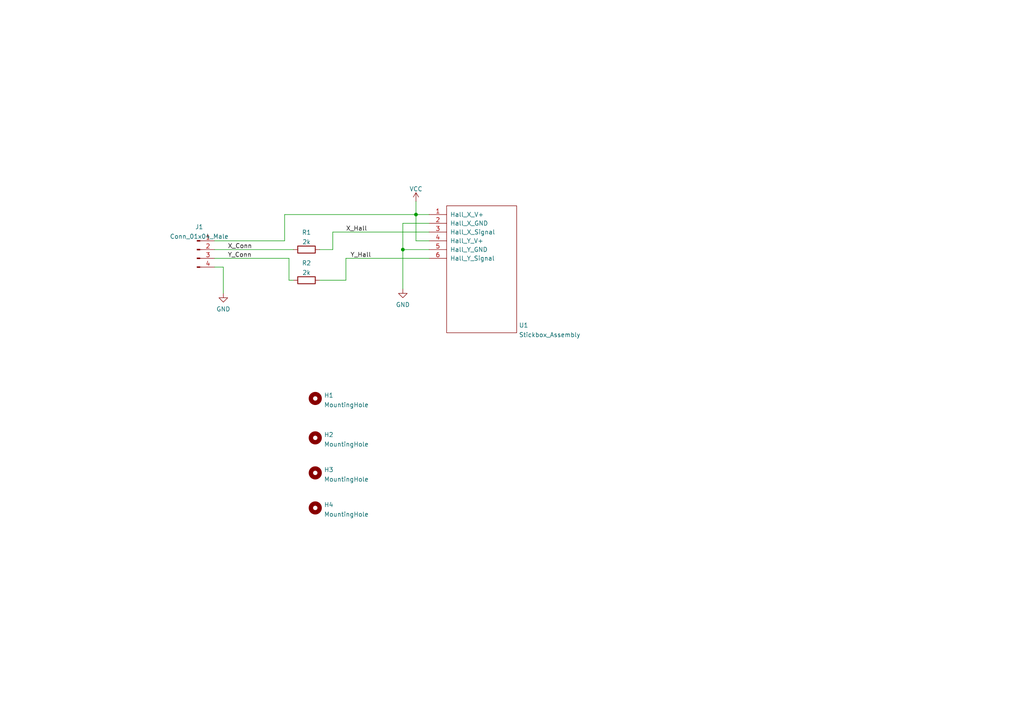
<source format=kicad_sch>
(kicad_sch (version 20211123) (generator eeschema)
  (paper "A4")
  (lib_symbols
    (symbol "Connector:Conn_01x04_Male" (pin_names (offset 1.016) hide)
      (property "Reference" "J" (at 0 5.08 0))
      (property "Value" "Conn_01x04_Male" (at 0 -7.62 0))
      (symbol "Conn_01x04_Male_1_1"
        (polyline (pts (xy 1.27 -5.08) (xy 0.8636 -5.08)) (stroke (width 0.1524)))
        (polyline (pts (xy 1.27 -2.54) (xy 0.8636 -2.54)) (stroke (width 0.1524)))
        (polyline (pts (xy 1.27 0) (xy 0.8636 0)) (stroke (width 0.1524)))
        (polyline (pts (xy 1.27 2.54) (xy 0.8636 2.54)) (stroke (width 0.1524)))
        (rectangle (start 0.8636 -4.953) (end 0 -5.207) (stroke (width 0.1524)) (fill (type outline)))
        (rectangle (start 0.8636 -2.413) (end 0 -2.667) (stroke (width 0.1524)) (fill (type outline)))
        (rectangle (start 0.8636 0.127) (end 0 -0.127) (stroke (width 0.1524)) (fill (type outline)))
        (rectangle (start 0.8636 2.667) (end 0 2.413) (stroke (width 0.1524)) (fill (type outline)))
        (pin passive line (at 5.08 2.54 180) (length 3.81) (name "Pin_1") (number "1"))
        (pin passive line (at 5.08 0 180) (length 3.81) (name "Pin_2") (number "2"))
        (pin passive line (at 5.08 -2.54 180) (length 3.81) (name "Pin_3") (number "3"))
        (pin passive line (at 5.08 -5.08 180) (length 3.81) (name "Pin_4") (number "4"))
      )
    )
    (symbol "Device:R" (pin_numbers hide) (pin_names (offset 0))
      (property "Reference" "R" (at 2.032 0 90))
      (property "Value" "R" (at 0 0 90))
      (symbol "R_0_1"
        (rectangle (start -1.016 -2.54) (end 1.016 2.54) (stroke (width 0.254)))
      )
      (symbol "R_1_1"
        (pin passive line (at 0 3.81 270) (length 1.27) (name "~") (number "1"))
        (pin passive line (at 0 -3.81 90) (length 1.27) (name "~") (number "2"))
      )
    )
    (symbol "Mechanical:MountingHole" (pin_names (offset 1.016))
      (property "Reference" "H" (at 0 5.08 0))
      (property "Value" "MountingHole" (at 0 3.175 0))
      (symbol "MountingHole_0_1"
        (circle (center 0 0) (radius 1.27) (stroke (width 1.27)))
      )
    )
    (symbol "PhobGCC:PhobGGC_Stickbox_Assembly_Hall_Only" (pin_names (offset 1.016))
      (property "Reference" "U" (at 2.54 1.27 0))
      (property "Value" "PhobGGC_Stickbox_Assembly_Hall_Only" (at 17.78 -17.78 90))
      (symbol "PhobGGC_Stickbox_Assembly_Hall_Only_0_0"
        (pin unspecified line (at -5.08 -2.54 0) (length 5.08) (name "Hall_X_V+") (number "1"))
        (pin unspecified line (at -5.08 -5.08 0) (length 5.08) (name "Hall_X_GND") (number "2"))
        (pin unspecified line (at -5.08 -7.62 0) (length 5.08) (name "Hall_X_Signal") (number "3"))
        (pin unspecified line (at -5.08 -10.16 0) (length 5.08) (name "Hall_Y_V+") (number "4"))
        (pin unspecified line (at -5.08 -12.7 0) (length 5.08) (name "Hall_Y_GND") (number "5"))
        (pin unspecified line (at -5.08 -15.24 0) (length 5.08) (name "Hall_Y_Signal") (number "6"))
      )
      (symbol "PhobGGC_Stickbox_Assembly_Hall_Only_0_1"
        (rectangle (start 0 0) (end 20.32 -36.83))
      )
    )
    (symbol "power:GND" (power) (pin_names (offset 0))
      (property "Value" "GND" (at 0 -3.81 0))
      (symbol "GND_0_1"
        (polyline (pts (xy 0 0) (xy 0 -1.27) (xy 1.27 -1.27) (xy 0 -2.54) (xy -1.27 -1.27) (xy 0 -1.27)))
      )
      (symbol "GND_1_1"
        (pin power_in line (at 0 0 270) (length 0) hide (name "GND") (number "1"))
      )
    )
    (symbol "power:VCC" (power) (pin_names (offset 0))
      (property "Value" "VCC" (at 0 3.81 0))
      (symbol "VCC_0_1"
        (polyline (pts (xy -0.762 1.27) (xy 0 2.54)))
        (polyline (pts (xy 0 0) (xy 0 2.54)))
        (polyline (pts (xy 0 2.54) (xy 0.762 1.27)))
      )
      (symbol "VCC_1_1"
        (pin power_in line (at 0 0 90) (length 0) hide (name "VCC") (number "1"))
      )
    )
  )
  (junction (at 120.65 62.23))
  (junction (at 116.84 72.39))
  (wire (pts (xy 124.46 72.39) (xy 116.84 72.39)))
  (wire (pts (xy 120.65 62.23) (xy 120.65 58.42)))
  (wire (pts (xy 92.71 81.28) (xy 100.33 81.28)))
  (wire (pts (xy 124.46 64.77) (xy 116.84 64.77)))
  (wire (pts (xy 82.55 62.23) (xy 82.55 69.85)))
  (wire (pts (xy 116.84 64.77) (xy 116.84 72.39)))
  (wire (pts (xy 62.23 77.47) (xy 64.77 77.47)))
  (wire (pts (xy 124.46 69.85) (xy 120.65 69.85)))
  (wire (pts (xy 124.46 62.23) (xy 120.65 62.23)))
  (wire (pts (xy 100.33 74.93) (xy 124.46 74.93)))
  (wire (pts (xy 62.23 69.85) (xy 82.55 69.85)))
  (wire (pts (xy 116.84 72.39) (xy 116.84 83.82)))
  (wire (pts (xy 62.23 72.39) (xy 85.09 72.39)))
  (wire (pts (xy 96.52 72.39) (xy 96.52 67.31)))
  (wire (pts (xy 120.65 62.23) (xy 82.55 62.23)))
  (wire (pts (xy 92.71 72.39) (xy 96.52 72.39)))
  (wire (pts (xy 83.82 74.93) (xy 83.82 81.28)))
  (wire (pts (xy 120.65 69.85) (xy 120.65 62.23)))
  (wire (pts (xy 100.33 81.28) (xy 100.33 74.93)))
  (wire (pts (xy 64.77 77.47) (xy 64.77 85.09)))
  (wire (pts (xy 62.23 74.93) (xy 83.82 74.93)))
  (wire (pts (xy 96.52 67.31) (xy 124.46 67.31)))
  (wire (pts (xy 83.82 81.28) (xy 85.09 81.28)))
  (label "X_Hall" (at 100.33 67.31 0))
  (label "Y_Hall" (at 101.6 74.93 0))
  (label "X_Conn" (at 66.04 72.39 0))
  (label "Y_Conn" (at 66.04 74.93 0))
  (symbol (lib_id "Device:R") (at 88.9 72.39 90) (unit 1)
    (property "Reference" "R1" (at 88.9 67.4075 90))
    (property "Value" "2k" (at 88.9 70.1826 90))
    (property "Footprint" "Resistor_SMD:R_0603_1608Metric_Pad0.98x0.95mm_HandSolder" (effects hide))
    (property "LCSC" "C22975" (effects hide))
  )
  (symbol (lib_id "power:GND") (at 64.77 85.09 0) (unit 1)
    (property "Reference" "#PWR01" (effects hide))
    (property "Value" "GND" (at 64.77 89.6525 0))
  )
  (symbol (lib_id "power:GND") (at 116.84 83.82 0) (unit 1)
    (property "Reference" "#PWR04" (effects hide))
    (property "Value" "GND" (at 116.84 88.3825 0))
  )
  (symbol (lib_id "Device:R") (at 88.9 81.28 90) (unit 1)
    (property "Reference" "R2" (at 88.9 76.2975 90))
    (property "Value" "2k" (at 88.9 79.0726 90))
    (property "Footprint" "Resistor_SMD:R_0603_1608Metric_Pad0.98x0.95mm_HandSolder" (effects hide))
    (property "LCSC" "C22975" (effects hide))
  )
  (symbol (lib_id "Mechanical:MountingHole") (at 91.44 137.16 0) (unit 1)
    (property "Reference" "H3" (at 93.98 136.2515 0) (effects (justify left)))
    (property "Value" "MountingHole" (at 93.98 139.0266 0) (effects (justify left)))
    (property "Footprint" "Gamecube MB:MountingHole_2.0mm" (effects hide))
  )
  (symbol (lib_id "Connector:Conn_01x04_Male") (at 57.15 72.39 0) (unit 1)
    (property "Reference" "J1" (at 57.785 65.8073 0))
    (property "Value" "Conn_01x04_Male" (at 57.785 68.5824 0))
    (property "Footprint" "Connector_PinHeader_2.00mm:PinHeader_1x04_P2.00mm_Vertical" (effects hide))
  )
  (symbol (lib_id "PhobGCC:PhobGGC_Stickbox_Assembly_Hall_Only") (at 129.54 59.69 0) (unit 1)
    (property "Reference" "U1" (at 150.495 94.3415 0) (effects (justify left)))
    (property "Value" "Stickbox_Assembly" (at 150.495 97.1166 0) (effects (justify left)))
    (property "Footprint" "PhobGCC:GCC_Stickbox_Hall_Only" (effects hide))
  )
  (symbol (lib_id "power:VCC") (at 120.65 58.42 0) (unit 1)
    (property "Reference" "#PWR05" (effects hide))
    (property "Value" "VCC" (at 120.65 54.8155 0))
  )
  (symbol (lib_id "Mechanical:MountingHole") (at 91.44 127 0) (unit 1)
    (property "Reference" "H2" (at 93.98 126.0915 0) (effects (justify left)))
    (property "Value" "MountingHole" (at 93.98 128.8666 0) (effects (justify left)))
    (property "Footprint" "Gamecube MB:MountingHole_5.2mm" (effects hide))
  )
  (symbol (lib_id "Mechanical:MountingHole") (at 91.44 115.57 0) (unit 1)
    (property "Reference" "H1" (at 93.98 114.6615 0) (effects (justify left)))
    (property "Value" "MountingHole" (at 93.98 117.4366 0) (effects (justify left)))
    (property "Footprint" "Gamecube MB:MountingHole_1.8mm" (effects hide))
  )
  (symbol (lib_id "Mechanical:MountingHole") (at 91.44 147.32 0) (unit 1)
    (property "Reference" "H4" (at 93.98 146.4115 0) (effects (justify left)))
    (property "Value" "MountingHole" (at 93.98 149.1866 0) (effects (justify left)))
    (property "Footprint" "Gamecube MB:MountingHole_2.0mm" (effects hide))
  )
)
</source>
